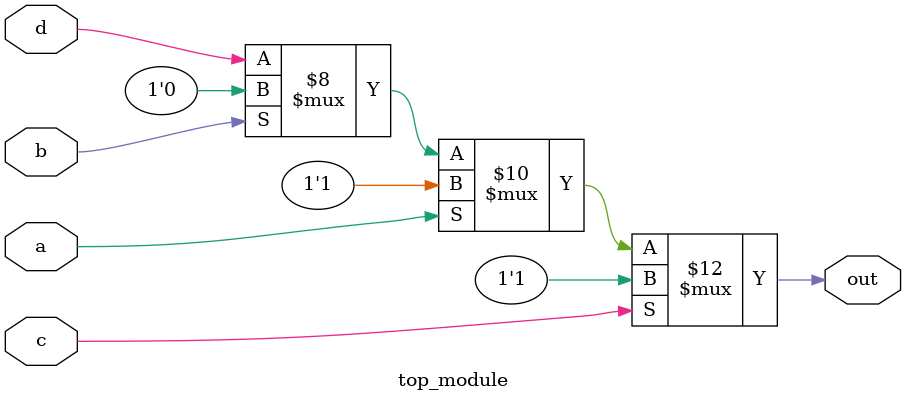
<source format=sv>
module top_module (
  input a, 
  input b,
  input c,
  input d,
  output reg out
);

  always @(*) begin
    if (c == 0) begin
      if (a == 0) begin
        if (b == 0) begin
          out <= d;
        end else begin
          out <= 0;
        end
      end else begin
        out <= 1;
      end
    end else begin
      out <= 1;
    end
  end

endmodule

</source>
